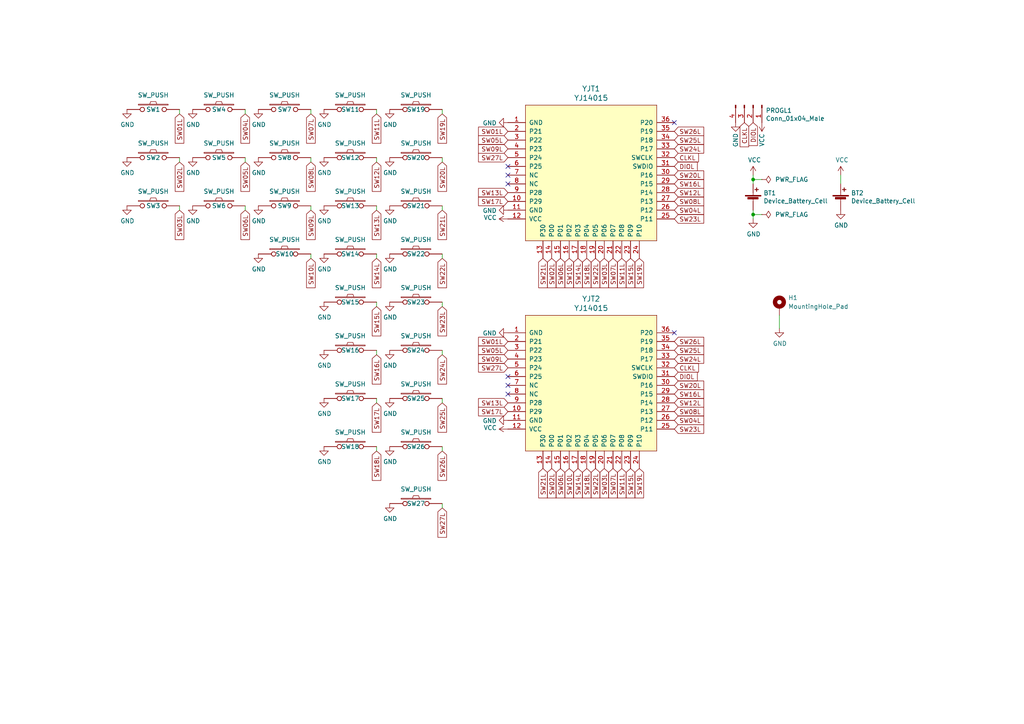
<source format=kicad_sch>
(kicad_sch (version 20230121) (generator eeschema)
  (paper "A4")
  (title_block (title "keyboard - wireless side") (date "${date}") (rev "${git_hash}") (comment 4 "Ian Kilgore"))
  (lib_symbols
    (symbol "Mechanical:MountingHole_Pad" (pin_numbers hide) (pin_names (offset 1.016) hide)
      (property "Reference" "H" (at 0 6.35 0))
      (property "Value" "MountingHole_Pad" (at 0 4.445 0))
      (symbol "MountingHole_Pad_0_1"
        (circle (center 0 1.27) (radius 1.27) (stroke (width 1.27)))
      )
      (symbol "MountingHole_Pad_1_1"
        (pin input line (at 0 -2.54 90) (length 2.54) (name "1") (number "1"))
      )
    )
    (symbol "keyboard:Conn_01x04_Male-Connector" (pin_names (offset 1.016) hide)
      (property "Reference" "PROGL1" (at 1.5748 3.6576 90))
      (property "Value" "Conn_01x04_Male" (at 3.8862 3.6576 90))
      (symbol "Conn_01x04_Male-Connector_1_1"
        (polyline (pts (xy 1.27 -5.08) (xy 0.8636 -5.08)) (stroke (width 0.1524)))
        (polyline (pts (xy 1.27 -2.54) (xy 0.8636 -2.54)) (stroke (width 0.1524)))
        (polyline (pts (xy 1.27 0) (xy 0.8636 0)) (stroke (width 0.1524)))
        (polyline (pts (xy 1.27 2.54) (xy 0.8636 2.54)) (stroke (width 0.1524)))
        (rectangle (start 0.8636 -4.953) (end 0 -5.207) (stroke (width 0.1524)) (fill (type outline)))
        (rectangle (start 0.8636 -2.413) (end 0 -2.667) (stroke (width 0.1524)) (fill (type outline)))
        (rectangle (start 0.8636 0.127) (end 0 -0.127) (stroke (width 0.1524)) (fill (type outline)))
        (rectangle (start 0.8636 2.667) (end 0 2.413) (stroke (width 0.1524)) (fill (type outline)))
        (pin passive line (at 5.08 2.54 180) (length 3.81) (name "Pin_1") (number "1"))
        (pin passive line (at 5.08 0 180) (length 3.81) (name "Pin_2") (number "2"))
        (pin passive line (at 5.08 -2.54 180) (length 3.81) (name "Pin_3") (number "3"))
        (pin passive line (at 5.08 -5.08 180) (length 3.81) (name "Pin_4") (number "4"))
      )
    )
    (symbol "keyboard:Device_Battery_Cell" (pin_numbers hide) (pin_names (offset 0) hide)
      (property "Reference" "BT" (at 2.54 2.54 0))
      (property "Value" "Device_Battery_Cell" (at 2.54 0 0))
      (symbol "Device_Battery_Cell_0_1"
        (rectangle (start -2.286 1.778) (end 2.286 1.524) (fill (type outline)))
        (rectangle (start -1.5748 1.1938) (end 1.4732 0.6858) (fill (type outline)))
        (polyline (pts (xy 0 0.762) (xy 0 0)))
        (polyline (pts (xy 0 1.778) (xy 0 2.54)))
        (polyline (pts (xy 0.508 3.429) (xy 1.524 3.429)) (stroke (width 0.254)))
        (polyline (pts (xy 1.016 3.937) (xy 1.016 2.921)) (stroke (width 0.254)))
      )
      (symbol "Device_Battery_Cell_1_1"
        (pin passive line (at 0 5.08 270) (length 2.54) (name "+") (number "1"))
        (pin passive line (at 0 -2.54 90) (length 2.54) (name "-") (number "2"))
      )
    )
    (symbol "keyboard:SW_PUSH" (pin_numbers hide) (pin_names (offset 1.016) hide)
      (property "Reference" "SW" (at 3.81 2.794 0))
      (property "Value" "SW_PUSH" (at 0 -2.032 0))
      (symbol "SW_PUSH_0_1"
        (rectangle (start -4.318 1.27) (end 4.318 1.524))
        (polyline (pts (xy -1.016 1.524) (xy -0.762 2.286) (xy 0.762 2.286) (xy 1.016 1.524)))
        (pin passive inverted (at -7.62 0 0) (length 5.08) (name "1") (number "1"))
        (pin passive inverted (at 7.62 0 180) (length 5.08) (name "2") (number "2"))
      )
    )
    (symbol "keyboard:core51822b_Core51822B" (pin_names (offset 1.016))
      (property "Reference" "YJT1" (at 0 22.5298 0))
      (property "Value" "YJ14015" (at 0 19.8374 0))
      (symbol "core51822b_Core51822B_0_1"
        (rectangle (start 19.05 -21.59) (end -19.05 17.78) (fill (type background)))
      )
      (symbol "core51822b_Core51822B_1_1"
        (pin power_in line (at -24.13 12.7 0) (length 5.08) (name "GND") (number "1"))
        (pin bidirectional line (at -24.13 -10.16 0) (length 5.08) (name "P29") (number "10"))
        (pin power_in line (at -24.13 -12.7 0) (length 5.08) (name "GND") (number "11"))
        (pin power_in line (at -24.13 -15.24 0) (length 5.08) (name "VCC") (number "12"))
        (pin bidirectional line (at -13.97 -26.67 90) (length 5.08) (name "P30") (number "13"))
        (pin bidirectional line (at -11.43 -26.67 90) (length 5.08) (name "P00") (number "14"))
        (pin bidirectional line (at -8.89 -26.67 90) (length 5.08) (name "P01") (number "15"))
        (pin bidirectional line (at -6.35 -26.67 90) (length 5.08) (name "P02") (number "16"))
        (pin bidirectional line (at -3.81 -26.67 90) (length 5.08) (name "P03") (number "17"))
        (pin bidirectional line (at -1.27 -26.67 90) (length 5.08) (name "P04") (number "18"))
        (pin bidirectional line (at 1.27 -26.67 90) (length 5.08) (name "P05") (number "19"))
        (pin bidirectional line (at -24.13 10.16 0) (length 5.08) (name "P21") (number "2"))
        (pin bidirectional line (at 3.81 -26.67 90) (length 5.08) (name "P06") (number "20"))
        (pin bidirectional line (at 6.35 -26.67 90) (length 5.08) (name "P07") (number "21"))
        (pin bidirectional line (at 8.89 -26.67 90) (length 5.08) (name "P08") (number "22"))
        (pin bidirectional line (at 11.43 -26.67 90) (length 5.08) (name "P09") (number "23"))
        (pin bidirectional line (at 13.97 -26.67 90) (length 5.08) (name "P10") (number "24"))
        (pin bidirectional line (at 24.13 -15.24 180) (length 5.08) (name "P11") (number "25"))
        (pin bidirectional line (at 24.13 -12.7 180) (length 5.08) (name "P12") (number "26"))
        (pin bidirectional line (at 24.13 -10.16 180) (length 5.08) (name "P13") (number "27"))
        (pin bidirectional line (at 24.13 -7.62 180) (length 5.08) (name "P14") (number "28"))
        (pin bidirectional line (at 24.13 -5.08 180) (length 5.08) (name "P15") (number "29"))
        (pin bidirectional line (at -24.13 7.62 0) (length 5.08) (name "P22") (number "3"))
        (pin bidirectional line (at 24.13 -2.54 180) (length 5.08) (name "P16") (number "30"))
        (pin bidirectional line (at 24.13 0 180) (length 5.08) (name "SWDIO") (number "31"))
        (pin bidirectional line (at 24.13 2.54 180) (length 5.08) (name "SWCLK") (number "32"))
        (pin bidirectional line (at 24.13 5.08 180) (length 5.08) (name "P17") (number "33"))
        (pin bidirectional line (at 24.13 7.62 180) (length 5.08) (name "P18") (number "34"))
        (pin bidirectional line (at 24.13 10.16 180) (length 5.08) (name "P19") (number "35"))
        (pin bidirectional line (at 24.13 12.7 180) (length 5.08) (name "P20") (number "36"))
        (pin bidirectional line (at -24.13 5.08 0) (length 5.08) (name "P23") (number "4"))
        (pin bidirectional line (at -24.13 2.54 0) (length 5.08) (name "P24") (number "5"))
        (pin bidirectional line (at -24.13 0 0) (length 5.08) (name "P25") (number "6"))
        (pin bidirectional line (at -24.13 -2.54 0) (length 5.08) (name "NC") (number "7"))
        (pin bidirectional line (at -24.13 -5.08 0) (length 5.08) (name "NC") (number "8"))
        (pin bidirectional line (at -24.13 -7.62 0) (length 5.08) (name "P28") (number "9"))
      )
    )
    (symbol "power:GND" (power) (pin_names (offset 0))
      (property "Value" "GND" (at 0 -3.81 0))
      (symbol "GND_0_1"
        (polyline (pts (xy 0 0) (xy 0 -1.27) (xy 1.27 -1.27) (xy 0 -2.54) (xy -1.27 -1.27) (xy 0 -1.27)))
      )
      (symbol "GND_1_1"
        (pin power_in line (at 0 0 270) (length 0) hide (name "GND") (number "1"))
      )
    )
    (symbol "power:PWR_FLAG" (power) (pin_numbers hide) (pin_names (offset 0) hide)
      (property "Value" "PWR_FLAG" (at 0 3.81 0))
      (symbol "PWR_FLAG_0_0"
        (pin power_out line (at 0 0 90) (length 0) (name "pwr") (number "1"))
      )
      (symbol "PWR_FLAG_0_1"
        (polyline (pts (xy 0 0) (xy 0 1.27) (xy -1.016 1.905) (xy 0 2.54) (xy 1.016 1.905) (xy 0 1.27)))
      )
    )
    (symbol "power:VCC" (power) (pin_names (offset 0))
      (property "Value" "VCC" (at 0 3.81 0))
      (symbol "VCC_0_1"
        (polyline (pts (xy -0.762 1.27) (xy 0 2.54)))
        (polyline (pts (xy 0 0) (xy 0 2.54)))
        (polyline (pts (xy 0 2.54) (xy 0.762 1.27)))
      )
      (symbol "VCC_1_1"
        (pin power_in line (at 0 0 90) (length 0) hide (name "VCC") (number "1"))
      )
    )
  )
  (junction (at 218.44 52.07))
  (junction (at 218.44 62.23))
  (no_connect (at 147.32 50.8))
  (no_connect (at 195.58 35.56))
  (no_connect (at 147.32 48.26))
  (no_connect (at 147.32 53.34))
  (no_connect (at 147.32 109.22))
  (no_connect (at 147.32 111.76))
  (no_connect (at 147.32 114.3))
  (no_connect (at 195.58 96.52))
  (wire (pts (xy 128.27 130.81) (xy 128.27 129.54)))
  (wire (pts (xy 226.06 91.44) (xy 226.06 95.25)))
  (wire (pts (xy 71.12 46.99) (xy 71.12 45.72)))
  (wire (pts (xy 128.27 116.84) (xy 128.27 115.57)))
  (wire (pts (xy 52.07 31.75) (xy 52.07 33.02)))
  (wire (pts (xy 52.07 60.96) (xy 52.07 59.69)))
  (wire (pts (xy 109.22 116.84) (xy 109.22 115.57)))
  (wire (pts (xy 90.17 46.99) (xy 90.17 45.72)))
  (wire (pts (xy 71.12 33.02) (xy 71.12 31.75)))
  (wire (pts (xy 243.84 50.8) (xy 243.84 53.34)))
  (wire (pts (xy 128.27 74.93) (xy 128.27 73.66)))
  (wire (pts (xy 128.27 46.99) (xy 128.27 45.72)))
  (wire (pts (xy 109.22 60.96) (xy 109.22 59.69)))
  (wire (pts (xy 109.22 102.87) (xy 109.22 101.6)))
  (wire (pts (xy 109.22 46.99) (xy 109.22 45.72)))
  (wire (pts (xy 109.22 33.02) (xy 109.22 31.75)))
  (wire (pts (xy 90.17 33.02) (xy 90.17 31.75)))
  (wire (pts (xy 218.44 50.8) (xy 218.44 52.07)))
  (wire (pts (xy 52.07 46.99) (xy 52.07 45.72)))
  (wire (pts (xy 90.17 60.96) (xy 90.17 59.69)))
  (wire (pts (xy 218.44 62.23) (xy 220.98 62.23)))
  (wire (pts (xy 128.27 60.96) (xy 128.27 59.69)))
  (wire (pts (xy 218.44 62.23) (xy 218.44 60.96)))
  (wire (pts (xy 128.27 147.32) (xy 128.27 146.05)))
  (wire (pts (xy 128.27 33.02) (xy 128.27 31.75)))
  (wire (pts (xy 109.22 88.9) (xy 109.22 87.63)))
  (wire (pts (xy 90.17 74.93) (xy 90.17 73.66)))
  (wire (pts (xy 128.27 88.9) (xy 128.27 87.63)))
  (wire (pts (xy 218.44 63.5) (xy 218.44 62.23)))
  (wire (pts (xy 71.12 60.96) (xy 71.12 59.69)))
  (wire (pts (xy 218.44 52.07) (xy 218.44 53.34)))
  (wire (pts (xy 128.27 102.87) (xy 128.27 101.6)))
  (wire (pts (xy 109.22 130.81) (xy 109.22 129.54)))
  (wire (pts (xy 218.44 52.07) (xy 220.98 52.07)))
  (wire (pts (xy 109.22 74.93) (xy 109.22 73.66)))
  (global_label "SW05L" (shape input) (at 147.32 40.64 180) (property "Intersheetrefs" "${INTERSHEET_REFS}" (effects hide)))
  (global_label "SW09L" (shape input) (at 147.32 43.18 180) (property "Intersheetrefs" "${INTERSHEET_REFS}" (effects hide)))
  (global_label "DIOL" (shape input) (at 218.44 35.56 270) (property "Intersheetrefs" "${INTERSHEET_REFS}" (effects hide)))
  (global_label "SW24L" (shape input) (at 195.58 104.14 0) (property "Intersheetrefs" "${INTERSHEET_REFS}" (effects hide)))
  (global_label "SW25L" (shape input) (at 195.58 40.64 0) (property "Intersheetrefs" "${INTERSHEET_REFS}" (effects hide)))
  (global_label "SW01L" (shape input) (at 147.32 99.06 180) (property "Intersheetrefs" "${INTERSHEET_REFS}" (effects hide)))
  (global_label "SW22L" (shape input) (at 128.27 74.93 270) (property "Intersheetrefs" "${INTERSHEET_REFS}" (effects hide)))
  (global_label "SW01L" (shape input) (at 52.07 33.02 270) (property "Intersheetrefs" "${INTERSHEET_REFS}" (effects hide)))
  (global_label "SW21L" (shape input) (at 128.27 60.96 270) (property "Intersheetrefs" "${INTERSHEET_REFS}" (effects hide)))
  (global_label "SW13L" (shape input) (at 147.32 55.88 180) (property "Intersheetrefs" "${INTERSHEET_REFS}" (effects hide)))
  (global_label "SW14L" (shape input) (at 167.64 135.89 270) (property "Intersheetrefs" "${INTERSHEET_REFS}" (effects hide)))
  (global_label "CLKL" (shape input) (at 215.9 35.56 270) (property "Intersheetrefs" "${INTERSHEET_REFS}" (effects hide)))
  (global_label "SW11L" (shape input) (at 180.34 135.89 270) (property "Intersheetrefs" "${INTERSHEET_REFS}" (effects hide)))
  (global_label "SW14L" (shape input) (at 167.64 74.93 270) (property "Intersheetrefs" "${INTERSHEET_REFS}" (effects hide)))
  (global_label "SW24L" (shape input) (at 195.58 43.18 0) (property "Intersheetrefs" "${INTERSHEET_REFS}" (effects hide)))
  (global_label "SW05L" (shape input) (at 147.32 101.6 180) (property "Intersheetrefs" "${INTERSHEET_REFS}" (effects hide)))
  (global_label "SW12L" (shape input) (at 195.58 116.84 0) (property "Intersheetrefs" "${INTERSHEET_REFS}" (effects hide)))
  (global_label "SW17L" (shape input) (at 147.32 58.42 180) (property "Intersheetrefs" "${INTERSHEET_REFS}" (effects hide)))
  (global_label "SW18L" (shape input) (at 170.18 74.93 270) (property "Intersheetrefs" "${INTERSHEET_REFS}" (effects hide)))
  (global_label "SW10L" (shape input) (at 165.1 74.93 270) (property "Intersheetrefs" "${INTERSHEET_REFS}" (effects hide)))
  (global_label "SW10L" (shape input) (at 165.1 135.89 270) (property "Intersheetrefs" "${INTERSHEET_REFS}" (effects hide)))
  (global_label "SW08L" (shape input) (at 195.58 119.38 0) (property "Intersheetrefs" "${INTERSHEET_REFS}" (effects hide)))
  (global_label "SW14L" (shape input) (at 109.22 74.93 270) (property "Intersheetrefs" "${INTERSHEET_REFS}" (effects hide)))
  (global_label "SW24L" (shape input) (at 128.27 102.87 270) (property "Intersheetrefs" "${INTERSHEET_REFS}" (effects hide)))
  (global_label "SW19L" (shape input) (at 128.27 33.02 270) (property "Intersheetrefs" "${INTERSHEET_REFS}" (effects hide)))
  (global_label "SW23L" (shape input) (at 128.27 88.9 270) (property "Intersheetrefs" "${INTERSHEET_REFS}" (effects hide)))
  (global_label "SW19L" (shape input) (at 185.42 74.93 270) (property "Intersheetrefs" "${INTERSHEET_REFS}" (effects hide)))
  (global_label "SW03L" (shape input) (at 175.26 135.89 270) (property "Intersheetrefs" "${INTERSHEET_REFS}" (effects hide)))
  (global_label "SW26L" (shape input) (at 195.58 99.06 0) (property "Intersheetrefs" "${INTERSHEET_REFS}" (effects hide)))
  (global_label "SW04L" (shape input) (at 195.58 60.96 0) (property "Intersheetrefs" "${INTERSHEET_REFS}" (effects hide)))
  (global_label "SW07L" (shape input) (at 177.8 74.93 270) (property "Intersheetrefs" "${INTERSHEET_REFS}" (effects hide)))
  (global_label "SW11L" (shape input) (at 180.34 74.93 270) (property "Intersheetrefs" "${INTERSHEET_REFS}" (effects hide)))
  (global_label "SW08L" (shape input) (at 90.17 46.99 270) (property "Intersheetrefs" "${INTERSHEET_REFS}" (effects hide)))
  (global_label "DIOL" (shape input) (at 195.58 48.26 0) (property "Intersheetrefs" "${INTERSHEET_REFS}" (effects hide)))
  (global_label "SW20L" (shape input) (at 195.58 111.76 0) (property "Intersheetrefs" "${INTERSHEET_REFS}" (effects hide)))
  (global_label "SW15L" (shape input) (at 109.22 88.9 270) (property "Intersheetrefs" "${INTERSHEET_REFS}" (effects hide)))
  (global_label "SW15L" (shape input) (at 182.88 135.89 270) (property "Intersheetrefs" "${INTERSHEET_REFS}" (effects hide)))
  (global_label "SW09L" (shape input) (at 147.32 104.14 180) (property "Intersheetrefs" "${INTERSHEET_REFS}" (effects hide)))
  (global_label "SW18L" (shape input) (at 170.18 135.89 270) (property "Intersheetrefs" "${INTERSHEET_REFS}" (effects hide)))
  (global_label "SW07L" (shape input) (at 177.8 135.89 270) (property "Intersheetrefs" "${INTERSHEET_REFS}" (effects hide)))
  (global_label "SW16L" (shape input) (at 109.22 102.87 270) (property "Intersheetrefs" "${INTERSHEET_REFS}" (effects hide)))
  (global_label "SW09L" (shape input) (at 90.17 60.96 270) (property "Intersheetrefs" "${INTERSHEET_REFS}" (effects hide)))
  (global_label "SW17L" (shape input) (at 147.32 119.38 180) (property "Intersheetrefs" "${INTERSHEET_REFS}" (effects hide)))
  (global_label "SW08L" (shape input) (at 195.58 58.42 0) (property "Intersheetrefs" "${INTERSHEET_REFS}" (effects hide)))
  (global_label "SW03L" (shape input) (at 175.26 74.93 270) (property "Intersheetrefs" "${INTERSHEET_REFS}" (effects hide)))
  (global_label "SW12L" (shape input) (at 195.58 55.88 0) (property "Intersheetrefs" "${INTERSHEET_REFS}" (effects hide)))
  (global_label "SW15L" (shape input) (at 182.88 74.93 270) (property "Intersheetrefs" "${INTERSHEET_REFS}" (effects hide)))
  (global_label "CLKL" (shape input) (at 195.58 45.72 0) (property "Intersheetrefs" "${INTERSHEET_REFS}" (effects hide)))
  (global_label "SW10L" (shape input) (at 90.17 74.93 270) (property "Intersheetrefs" "${INTERSHEET_REFS}" (effects hide)))
  (global_label "SW26L" (shape input) (at 195.58 38.1 0) (property "Intersheetrefs" "${INTERSHEET_REFS}" (effects hide)))
  (global_label "SW02L" (shape input) (at 52.07 46.99 270) (property "Intersheetrefs" "${INTERSHEET_REFS}" (effects hide)))
  (global_label "SW22L" (shape input) (at 172.72 135.89 270) (property "Intersheetrefs" "${INTERSHEET_REFS}" (effects hide)))
  (global_label "SW25L" (shape input) (at 195.58 101.6 0) (property "Intersheetrefs" "${INTERSHEET_REFS}" (effects hide)))
  (global_label "SW16L" (shape input) (at 195.58 114.3 0) (property "Intersheetrefs" "${INTERSHEET_REFS}" (effects hide)))
  (global_label "SW12L" (shape input) (at 109.22 46.99 270) (property "Intersheetrefs" "${INTERSHEET_REFS}" (effects hide)))
  (global_label "SW19L" (shape input) (at 185.42 135.89 270) (property "Intersheetrefs" "${INTERSHEET_REFS}" (effects hide)))
  (global_label "SW11L" (shape input) (at 109.22 33.02 270) (property "Intersheetrefs" "${INTERSHEET_REFS}" (effects hide)))
  (global_label "SW21L" (shape input) (at 157.48 135.89 270) (property "Intersheetrefs" "${INTERSHEET_REFS}" (effects hide)))
  (global_label "SW23L" (shape input) (at 195.58 124.46 0) (property "Intersheetrefs" "${INTERSHEET_REFS}" (effects hide)))
  (global_label "SW05L" (shape input) (at 71.12 46.99 270) (property "Intersheetrefs" "${INTERSHEET_REFS}" (effects hide)))
  (global_label "SW27L" (shape input) (at 147.32 45.72 180) (property "Intersheetrefs" "${INTERSHEET_REFS}" (effects hide)))
  (global_label "SW16L" (shape input) (at 195.58 53.34 0) (property "Intersheetrefs" "${INTERSHEET_REFS}" (effects hide)))
  (global_label "CLKL" (shape input) (at 195.58 106.68 0) (property "Intersheetrefs" "${INTERSHEET_REFS}" (effects hide)))
  (global_label "SW20L" (shape input) (at 128.27 46.99 270) (property "Intersheetrefs" "${INTERSHEET_REFS}" (effects hide)))
  (global_label "SW25L" (shape input) (at 128.27 116.84 270) (property "Intersheetrefs" "${INTERSHEET_REFS}" (effects hide)))
  (global_label "SW22L" (shape input) (at 172.72 74.93 270) (property "Intersheetrefs" "${INTERSHEET_REFS}" (effects hide)))
  (global_label "SW21L" (shape input) (at 157.48 74.93 270) (property "Intersheetrefs" "${INTERSHEET_REFS}" (effects hide)))
  (global_label "SW06L" (shape input) (at 162.56 74.93 270) (property "Intersheetrefs" "${INTERSHEET_REFS}" (effects hide)))
  (global_label "SW06L" (shape input) (at 71.12 60.96 270) (property "Intersheetrefs" "${INTERSHEET_REFS}" (effects hide)))
  (global_label "SW13L" (shape input) (at 147.32 116.84 180) (property "Intersheetrefs" "${INTERSHEET_REFS}" (effects hide)))
  (global_label "SW17L" (shape input) (at 109.22 116.84 270) (property "Intersheetrefs" "${INTERSHEET_REFS}" (effects hide)))
  (global_label "SW13L" (shape input) (at 109.22 60.96 270) (property "Intersheetrefs" "${INTERSHEET_REFS}" (effects hide)))
  (global_label "SW07L" (shape input) (at 90.17 33.02 270) (property "Intersheetrefs" "${INTERSHEET_REFS}" (effects hide)))
  (global_label "SW20L" (shape input) (at 195.58 50.8 0) (property "Intersheetrefs" "${INTERSHEET_REFS}" (effects hide)))
  (global_label "SW01L" (shape input) (at 147.32 38.1 180) (property "Intersheetrefs" "${INTERSHEET_REFS}" (effects hide)))
  (global_label "SW04L" (shape input) (at 195.58 121.92 0) (property "Intersheetrefs" "${INTERSHEET_REFS}" (effects hide)))
  (global_label "SW02L" (shape input) (at 160.02 74.93 270) (property "Intersheetrefs" "${INTERSHEET_REFS}" (effects hide)))
  (global_label "SW26L" (shape input) (at 128.27 130.81 270) (property "Intersheetrefs" "${INTERSHEET_REFS}" (effects hide)))
  (global_label "DIOL" (shape input) (at 195.58 109.22 0) (property "Intersheetrefs" "${INTERSHEET_REFS}" (effects hide)))
  (global_label "SW06L" (shape input) (at 162.56 135.89 270) (property "Intersheetrefs" "${INTERSHEET_REFS}" (effects hide)))
  (global_label "SW27L" (shape input) (at 147.32 106.68 180) (property "Intersheetrefs" "${INTERSHEET_REFS}" (effects hide)))
  (global_label "SW02L" (shape input) (at 160.02 135.89 270) (property "Intersheetrefs" "${INTERSHEET_REFS}" (effects hide)))
  (global_label "SW18L" (shape input) (at 109.22 130.81 270) (property "Intersheetrefs" "${INTERSHEET_REFS}" (effects hide)))
  (global_label "SW03L" (shape input) (at 52.07 60.96 270) (property "Intersheetrefs" "${INTERSHEET_REFS}" (effects hide)))
  (global_label "SW27L" (shape input) (at 128.27 147.32 270) (property "Intersheetrefs" "${INTERSHEET_REFS}" (effects hide)))
  (global_label "SW04L" (shape input) (at 71.12 33.02 270) (property "Intersheetrefs" "${INTERSHEET_REFS}" (effects hide)))
  (global_label "SW23L" (shape input) (at 195.58 63.5 0) (property "Intersheetrefs" "${INTERSHEET_REFS}" (effects hide)))
  (symbol (lib_id "keyboard:SW_PUSH") (at 44.45 31.75 0) (unit 1)
    (property "Reference" "SW1" (at 44.45 31.75 0))
    (property "Value" "SW_PUSH" (at 44.45 27.5844 0))
    (property "Footprint" "keyboard:MX_ALPS_PG1350_noLed" (effects hide))
  )
  (symbol (lib_id "keyboard:SW_PUSH") (at 44.45 45.72 0) (unit 1)
    (property "Reference" "SW2" (at 44.45 45.72 0))
    (property "Value" "SW_PUSH" (at 44.45 41.5544 0))
    (property "Footprint" "keyboard:MX_ALPS_PG1350_noLed" (effects hide))
  )
  (symbol (lib_id "keyboard:SW_PUSH") (at 44.45 59.69 0) (unit 1)
    (property "Reference" "SW3" (at 44.45 59.69 0))
    (property "Value" "SW_PUSH" (at 44.45 55.5244 0))
    (property "Footprint" "keyboard:MX_ALPS_PG1350_noLed" (effects hide))
  )
  (symbol (lib_id "keyboard:SW_PUSH") (at 63.5 31.75 0) (unit 1)
    (property "Reference" "SW4" (at 63.5 31.75 0))
    (property "Value" "SW_PUSH" (at 63.5 27.5844 0))
    (property "Footprint" "keyboard:MX_ALPS_PG1350_noLed" (effects hide))
  )
  (symbol (lib_id "keyboard:SW_PUSH") (at 63.5 45.72 0) (unit 1)
    (property "Reference" "SW5" (at 63.5 45.72 0))
    (property "Value" "SW_PUSH" (at 63.5 41.5544 0))
    (property "Footprint" "keyboard:MX_ALPS_PG1350_noLed" (effects hide))
  )
  (symbol (lib_id "keyboard:SW_PUSH") (at 63.5 59.69 0) (unit 1)
    (property "Reference" "SW6" (at 63.5 59.69 0))
    (property "Value" "SW_PUSH" (at 63.5 55.5244 0))
    (property "Footprint" "keyboard:MX_ALPS_PG1350_noLed" (effects hide))
  )
  (symbol (lib_id "keyboard:SW_PUSH") (at 82.55 73.66 0) (unit 1)
    (property "Reference" "SW10" (at 82.55 73.66 0))
    (property "Value" "SW_PUSH" (at 82.55 69.4944 0))
    (property "Footprint" "keyboard:MX_ALPS_PG1350_noLed" (effects hide))
  )
  (symbol (lib_id "keyboard:SW_PUSH") (at 101.6 73.66 0) (unit 1)
    (property "Reference" "SW14" (at 101.6 73.66 0))
    (property "Value" "SW_PUSH" (at 101.6 69.4944 0))
    (property "Footprint" "keyboard:MX_ALPS_PG1350_noLed" (effects hide))
  )
  (symbol (lib_id "keyboard:SW_PUSH") (at 120.65 73.66 0) (unit 1)
    (property "Reference" "SW22" (at 120.65 73.66 0))
    (property "Value" "SW_PUSH" (at 120.65 69.4944 0))
    (property "Footprint" "keyboard:MX_ALPS_PG1350_noLed" (effects hide))
  )
  (symbol (lib_id "keyboard:Device_Battery_Cell") (at 243.84 58.42 0) (unit 1)
    (property "Reference" "BT2" (at 246.8372 55.9816 0) (effects (justify left)))
    (property "Value" "Device_Battery_Cell" (at 246.8372 58.293 0) (effects (justify left)))
    (property "Footprint" "keyboard:BatteryHolder_Keystone_3034_1x20mm" (effects hide))
  )
  (symbol (lib_id "keyboard:SW_PUSH") (at 82.55 31.75 0) (unit 1)
    (property "Reference" "SW7" (at 82.55 31.75 0))
    (property "Value" "SW_PUSH" (at 82.55 27.5844 0))
    (property "Footprint" "keyboard:MX_ALPS_PG1350_noLed" (effects hide))
  )
  (symbol (lib_id "keyboard:SW_PUSH") (at 82.55 45.72 0) (unit 1)
    (property "Reference" "SW8" (at 82.55 45.72 0))
    (property "Value" "SW_PUSH" (at 82.55 41.5544 0))
    (property "Footprint" "keyboard:MX_ALPS_PG1350_noLed" (effects hide))
  )
  (symbol (lib_id "keyboard:SW_PUSH") (at 82.55 59.69 0) (unit 1)
    (property "Reference" "SW9" (at 82.55 59.69 0))
    (property "Value" "SW_PUSH" (at 82.55 55.5244 0))
    (property "Footprint" "keyboard:MX_ALPS_PG1350_noLed" (effects hide))
  )
  (symbol (lib_id "keyboard:SW_PUSH") (at 101.6 59.69 0) (unit 1)
    (property "Reference" "SW13" (at 101.6 59.69 0))
    (property "Value" "SW_PUSH" (at 101.6 55.5244 0))
    (property "Footprint" "keyboard:MX_ALPS_PG1350_noLed" (effects hide))
  )
  (symbol (lib_id "keyboard:SW_PUSH") (at 101.6 45.72 0) (unit 1)
    (property "Reference" "SW12" (at 101.6 45.72 0))
    (property "Value" "SW_PUSH" (at 101.6 41.5544 0))
    (property "Footprint" "keyboard:MX_ALPS_PG1350_noLed" (effects hide))
  )
  (symbol (lib_id "keyboard:SW_PUSH") (at 101.6 31.75 0) (unit 1)
    (property "Reference" "SW11" (at 101.6 31.75 0))
    (property "Value" "SW_PUSH" (at 101.6 27.5844 0))
    (property "Footprint" "keyboard:MX_ALPS_PG1350_noLed" (effects hide))
  )
  (symbol (lib_id "keyboard:SW_PUSH") (at 120.65 31.75 0) (unit 1)
    (property "Reference" "SW19" (at 120.65 31.75 0))
    (property "Value" "SW_PUSH" (at 120.65 27.5844 0))
    (property "Footprint" "keyboard:MX_ALPS_PG1350_noLed" (effects hide))
  )
  (symbol (lib_id "keyboard:SW_PUSH") (at 120.65 45.72 0) (unit 1)
    (property "Reference" "SW20" (at 120.65 45.72 0))
    (property "Value" "SW_PUSH" (at 120.65 41.5544 0))
    (property "Footprint" "keyboard:MX_ALPS_PG1350_noLed" (effects hide))
  )
  (symbol (lib_id "keyboard:SW_PUSH") (at 120.65 59.69 0) (unit 1)
    (property "Reference" "SW21" (at 120.65 59.69 0))
    (property "Value" "SW_PUSH" (at 120.65 55.5244 0))
    (property "Footprint" "keyboard:MX_ALPS_PG1350_noLed" (effects hide))
  )
  (symbol (lib_id "power:GND") (at 36.83 31.75 0) (unit 1)
    (property "Reference" "#PWR01" (effects hide))
    (property "Value" "GND" (at 36.957 36.1442 0))
  )
  (symbol (lib_id "power:GND") (at 36.83 45.72 0) (unit 1)
    (property "Reference" "#PWR02" (effects hide))
    (property "Value" "GND" (at 36.957 50.1142 0))
  )
  (symbol (lib_id "power:GND") (at 36.83 59.69 0) (unit 1)
    (property "Reference" "#PWR03" (effects hide))
    (property "Value" "GND" (at 36.957 64.0842 0))
  )
  (symbol (lib_id "power:GND") (at 55.88 59.69 0) (unit 1)
    (property "Reference" "#PWR06" (effects hide))
    (property "Value" "GND" (at 56.007 64.0842 0))
  )
  (symbol (lib_id "power:GND") (at 55.88 45.72 0) (unit 1)
    (property "Reference" "#PWR05" (effects hide))
    (property "Value" "GND" (at 56.007 50.1142 0))
  )
  (symbol (lib_id "power:GND") (at 55.88 31.75 0) (unit 1)
    (property "Reference" "#PWR04" (effects hide))
    (property "Value" "GND" (at 56.007 36.1442 0))
  )
  (symbol (lib_id "power:GND") (at 74.93 31.75 0) (unit 1)
    (property "Reference" "#PWR07" (effects hide))
    (property "Value" "GND" (at 75.057 36.1442 0))
  )
  (symbol (lib_id "power:GND") (at 74.93 45.72 0) (unit 1)
    (property "Reference" "#PWR08" (effects hide))
    (property "Value" "GND" (at 75.057 50.1142 0))
  )
  (symbol (lib_id "power:GND") (at 74.93 59.69 0) (unit 1)
    (property "Reference" "#PWR09" (effects hide))
    (property "Value" "GND" (at 75.057 64.0842 0))
  )
  (symbol (lib_id "power:GND") (at 74.93 73.66 0) (unit 1)
    (property "Reference" "#PWR010" (effects hide))
    (property "Value" "GND" (at 75.057 78.0542 0))
  )
  (symbol (lib_id "power:GND") (at 93.98 73.66 0) (unit 1)
    (property "Reference" "#PWR014" (effects hide))
    (property "Value" "GND" (at 94.107 78.0542 0))
  )
  (symbol (lib_id "power:GND") (at 93.98 59.69 0) (unit 1)
    (property "Reference" "#PWR013" (effects hide))
    (property "Value" "GND" (at 94.107 64.0842 0))
  )
  (symbol (lib_id "power:GND") (at 93.98 45.72 0) (unit 1)
    (property "Reference" "#PWR012" (effects hide))
    (property "Value" "GND" (at 94.107 50.1142 0))
  )
  (symbol (lib_id "power:GND") (at 93.98 31.75 0) (unit 1)
    (property "Reference" "#PWR011" (effects hide))
    (property "Value" "GND" (at 94.107 36.1442 0))
  )
  (symbol (lib_id "power:GND") (at 113.03 31.75 0) (unit 1)
    (property "Reference" "#PWR019" (effects hide))
    (property "Value" "GND" (at 113.157 36.1442 0))
  )
  (symbol (lib_id "power:GND") (at 113.03 45.72 0) (unit 1)
    (property "Reference" "#PWR020" (effects hide))
    (property "Value" "GND" (at 113.157 50.1142 0))
  )
  (symbol (lib_id "power:GND") (at 113.03 59.69 0) (unit 1)
    (property "Reference" "#PWR021" (effects hide))
    (property "Value" "GND" (at 113.157 64.0842 0))
  )
  (symbol (lib_id "power:GND") (at 113.03 73.66 0) (unit 1)
    (property "Reference" "#PWR022" (effects hide))
    (property "Value" "GND" (at 113.157 78.0542 0))
  )
  (symbol (lib_id "power:GND") (at 147.32 60.96 270) (unit 1)
    (property "Reference" "#PWR028" (effects hide))
    (property "Value" "GND" (at 144.0688 61.087 90) (effects (justify right)))
  )
  (symbol (lib_id "power:GND") (at 147.32 35.56 270) (unit 1)
    (property "Reference" "#PWR027" (effects hide))
    (property "Value" "GND" (at 144.0688 35.687 90) (effects (justify right)))
  )
  (symbol (lib_id "power:GND") (at 243.84 60.96 0) (unit 1)
    (property "Reference" "#PWR038" (effects hide))
    (property "Value" "GND" (at 243.967 65.3542 0))
  )
  (symbol (lib_id "power:GND") (at 218.44 63.5 0) (unit 1)
    (property "Reference" "#PWR035" (effects hide))
    (property "Value" "GND" (at 218.567 67.8942 0))
  )
  (symbol (lib_id "power:GND") (at 213.36 35.56 0) (unit 1)
    (property "Reference" "#PWR033" (effects hide))
    (property "Value" "GND" (at 213.36 40.64 90))
  )
  (symbol (lib_id "power:VCC") (at 243.84 50.8 0) (unit 1)
    (property "Reference" "#PWR037" (effects hide))
    (property "Value" "VCC" (at 244.221 46.4058 0))
  )
  (symbol (lib_id "power:VCC") (at 220.98 35.56 180) (unit 1)
    (property "Reference" "#PWR036" (effects hide))
    (property "Value" "VCC" (at 220.98 40.64 90))
  )
  (symbol (lib_id "power:VCC") (at 147.32 63.5 90) (unit 1)
    (property "Reference" "#PWR029" (effects hide))
    (property "Value" "VCC" (at 144.0942 63.119 90) (effects (justify left)))
  )
  (symbol (lib_id "power:VCC") (at 218.44 50.8 0) (unit 1)
    (property "Reference" "#PWR034" (effects hide))
    (property "Value" "VCC" (at 218.821 46.4058 0))
  )
  (symbol (lib_id "keyboard:core51822b_Core51822B") (at 171.45 48.26 0) (unit 1)
    (property "Reference" "YJT1" (at 171.45 25.7302 0) (effects (font (size 1.524 1.524))))
    (property "Value" "YJ14015" (at 171.45 28.4226 0) (effects (font (size 1.524 1.524))))
    (property "Footprint" "keyboard:YJ-14015" (effects hide))
  )
  (symbol (lib_id "keyboard:Conn_01x04_Male-Connector") (at 218.44 30.48 270) (unit 1)
    (property "Reference" "PROGL1" (at 222.0976 32.0548 90) (effects (justify left)))
    (property "Value" "Conn_01x04_Male" (at 222.0976 34.3662 90) (effects (justify left)))
    (property "Footprint" "keyboard:PinHeader_1x04_P2.54mm_Horizontal" (effects hide))
  )
  (symbol (lib_id "keyboard:Device_Battery_Cell") (at 218.44 58.42 0) (unit 1)
    (property "Reference" "BT1" (at 221.4372 55.9816 0) (effects (justify left)))
    (property "Value" "Device_Battery_Cell" (at 221.4372 58.293 0) (effects (justify left)))
    (property "Footprint" "keyboard:BatteryHolder_Keystone_3034_1x20mm" (effects hide))
  )
  (symbol (lib_id "keyboard:SW_PUSH") (at 120.65 87.63 0) (unit 1)
    (property "Reference" "SW23" (at 120.65 87.63 0))
    (property "Value" "SW_PUSH" (at 120.65 83.4644 0))
    (property "Footprint" "keyboard:MX_ALPS_PG1350_noLed" (effects hide))
  )
  (symbol (lib_id "power:GND") (at 113.03 146.05 0) (unit 1)
    (property "Reference" "#PWR040" (effects hide))
    (property "Value" "GND" (at 113.157 150.4442 0))
  )
  (symbol (lib_id "power:GND") (at 113.03 87.63 0) (unit 1)
    (property "Reference" "#PWR023" (effects hide))
    (property "Value" "GND" (at 113.157 92.0242 0))
  )
  (symbol (lib_id "keyboard:SW_PUSH") (at 101.6 115.57 0) (unit 1)
    (property "Reference" "SW17" (at 101.6 115.57 0))
    (property "Value" "SW_PUSH" (at 101.6 111.4044 0))
    (property "Footprint" "keyboard:MX_ALPS_PG1350_noLed" (effects hide))
  )
  (symbol (lib_id "power:GND") (at 147.32 121.92 270) (unit 1)
    (property "Reference" "#PWR031" (effects hide))
    (property "Value" "GND" (at 144.0688 122.047 90) (effects (justify right)))
  )
  (symbol (lib_id "keyboard:SW_PUSH") (at 120.65 129.54 0) (unit 1)
    (property "Reference" "SW26" (at 120.65 129.54 0))
    (property "Value" "SW_PUSH" (at 120.65 125.3744 0))
    (property "Footprint" "keyboard:MX_ALPS_PG1350_noLed" (effects hide))
  )
  (symbol (lib_id "power:GND") (at 93.98 129.54 0) (unit 1)
    (property "Reference" "#PWR018" (effects hide))
    (property "Value" "GND" (at 94.107 133.9342 0))
  )
  (symbol (lib_id "power:PWR_FLAG") (at 220.98 52.07 270) (unit 1)
    (property "Reference" "#FLG01" (effects hide))
    (property "Value" "PWR_FLAG" (at 224.79 52.07 90) (effects (justify left)))
  )
  (symbol (lib_id "power:GND") (at 147.32 96.52 270) (unit 1)
    (property "Reference" "#PWR030" (effects hide))
    (property "Value" "GND" (at 144.0688 96.647 90) (effects (justify right)))
  )
  (symbol (lib_id "keyboard:SW_PUSH") (at 101.6 101.6 0) (unit 1)
    (property "Reference" "SW16" (at 101.6 101.6 0))
    (property "Value" "SW_PUSH" (at 101.6 97.4344 0))
    (property "Footprint" "keyboard:MX_ALPS_PG1350_noLed" (effects hide))
  )
  (symbol (lib_id "keyboard:SW_PUSH") (at 101.6 129.54 0) (unit 1)
    (property "Reference" "SW18" (at 101.6 129.54 0))
    (property "Value" "SW_PUSH" (at 101.6 125.3744 0))
    (property "Footprint" "keyboard:MX_ALPS_PG1350_noLed" (effects hide))
  )
  (symbol (lib_id "power:GND") (at 226.06 95.25 0) (unit 1)
    (property "Reference" "#PWR039" (effects hide))
    (property "Value" "GND" (at 226.187 99.6442 0))
  )
  (symbol (lib_id "power:GND") (at 93.98 115.57 0) (unit 1)
    (property "Reference" "#PWR017" (effects hide))
    (property "Value" "GND" (at 94.107 119.9642 0))
  )
  (symbol (lib_id "power:GND") (at 93.98 87.63 0) (unit 1)
    (property "Reference" "#PWR015" (effects hide))
    (property "Value" "GND" (at 94.107 92.0242 0))
  )
  (symbol (lib_id "power:VCC") (at 147.32 124.46 90) (unit 1)
    (property "Reference" "#PWR032" (effects hide))
    (property "Value" "VCC" (at 144.0942 124.079 90) (effects (justify left)))
  )
  (symbol (lib_id "power:GND") (at 113.03 129.54 0) (unit 1)
    (property "Reference" "#PWR026" (effects hide))
    (property "Value" "GND" (at 113.157 133.9342 0))
  )
  (symbol (lib_id "keyboard:SW_PUSH") (at 120.65 115.57 0) (unit 1)
    (property "Reference" "SW25" (at 120.65 115.57 0))
    (property "Value" "SW_PUSH" (at 120.65 111.4044 0))
    (property "Footprint" "keyboard:MX_ALPS_PG1350_noLed" (effects hide))
  )
  (symbol (lib_id "power:GND") (at 113.03 101.6 0) (unit 1)
    (property "Reference" "#PWR024" (effects hide))
    (property "Value" "GND" (at 113.157 105.9942 0))
  )
  (symbol (lib_id "keyboard:core51822b_Core51822B") (at 171.45 109.22 0) (unit 1)
    (property "Reference" "YJT2" (at 171.45 86.6902 0) (effects (font (size 1.524 1.524))))
    (property "Value" "YJ14015" (at 171.45 89.3826 0) (effects (font (size 1.524 1.524))))
    (property "Footprint" "keyboard:YJ-14015" (effects hide))
  )
  (symbol (lib_id "keyboard:SW_PUSH") (at 101.6 87.63 0) (unit 1)
    (property "Reference" "SW15" (at 101.6 87.63 0))
    (property "Value" "SW_PUSH" (at 101.6 83.4644 0))
    (property "Footprint" "keyboard:MX_ALPS_PG1350_noLed" (effects hide))
  )
  (symbol (lib_id "power:PWR_FLAG") (at 220.98 62.23 270) (unit 1)
    (property "Reference" "#FLG02" (effects hide))
    (property "Value" "PWR_FLAG" (at 224.79 62.23 90) (effects (justify left)))
  )
  (symbol (lib_id "power:GND") (at 93.98 101.6 0) (unit 1)
    (property "Reference" "#PWR016" (effects hide))
    (property "Value" "GND" (at 94.107 105.9942 0))
  )
  (symbol (lib_id "keyboard:SW_PUSH") (at 120.65 146.05 0) (unit 1)
    (property "Reference" "SW27" (at 120.65 146.05 0))
    (property "Value" "SW_PUSH" (at 120.65 141.8844 0))
    (property "Footprint" "keyboard:MX_ALPS_PG1350_noLed" (effects hide))
  )
  (symbol (lib_id "keyboard:SW_PUSH") (at 120.65 101.6 0) (unit 1)
    (property "Reference" "SW24" (at 120.65 101.6 0))
    (property "Value" "SW_PUSH" (at 120.65 97.4344 0))
    (property "Footprint" "keyboard:MX_ALPS_PG1350_noLed" (effects hide))
  )
  (symbol (lib_id "Mechanical:MountingHole_Pad") (at 226.06 88.9 0) (unit 1)
    (property "Reference" "H1" (at 228.6 86.36 0) (effects (justify left)))
    (property "Value" "MountingHole_Pad" (at 228.6 88.9 0) (effects (justify left)))
    (property "Footprint" "keyboard:Tenting_Puck" (effects hide))
  )
  (symbol (lib_id "power:GND") (at 113.03 115.57 0) (unit 1)
    (property "Reference" "#PWR025" (effects hide))
    (property "Value" "GND" (at 113.157 119.9642 0))
  )
)
</source>
